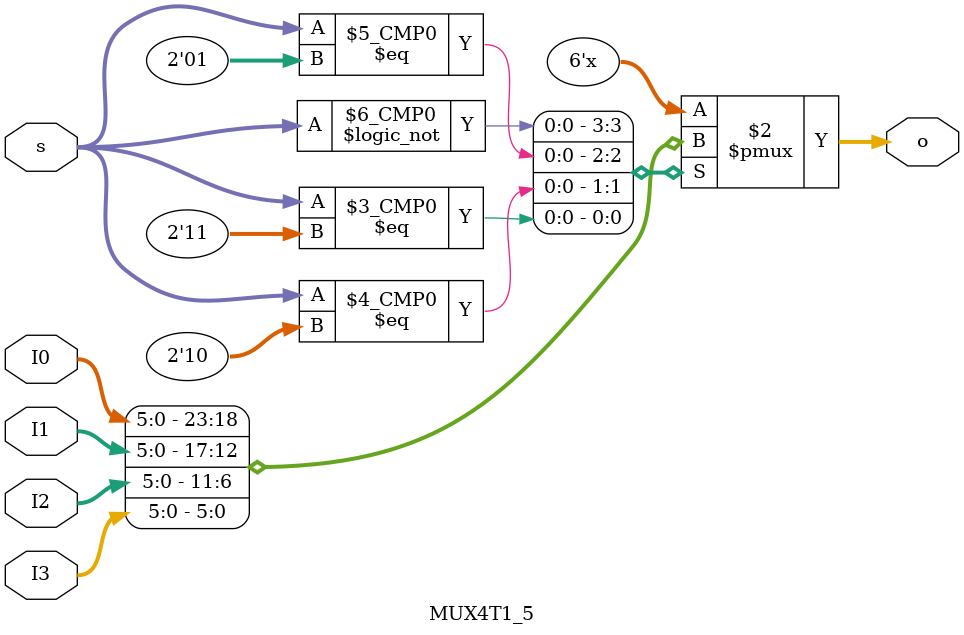
<source format=v>
`timescale 1ns / 1ps
module MUX4T1_5(input [1:0] s, input [5:0] I0, input [5:0] I1,
				input [5:0] I2, input [5:0] I3,output reg [5:0] o);
	 always @* begin
		case(s)
		2'b00 : o <= I0;
		2'b01 : o <= I1;
		2'b10 : o <= I2;
		2'b11 : o <= I3;	
		endcase
	 end
endmodule


</source>
